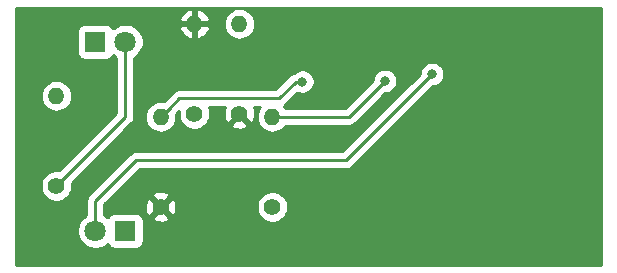
<source format=gbr>
G04 #@! TF.GenerationSoftware,KiCad,Pcbnew,5.1.4+dfsg1-1~bpo10+1*
G04 #@! TF.CreationDate,2022-08-06T21:23:58+05:30*
G04 #@! TF.ProjectId,esp2s,65737032-732e-46b6-9963-61645f706362,rev?*
G04 #@! TF.SameCoordinates,Original*
G04 #@! TF.FileFunction,Copper,L2,Bot*
G04 #@! TF.FilePolarity,Positive*
%FSLAX46Y46*%
G04 Gerber Fmt 4.6, Leading zero omitted, Abs format (unit mm)*
G04 Created by KiCad (PCBNEW 5.1.4+dfsg1-1~bpo10+1) date 2022-08-06 21:23:58*
%MOMM*%
%LPD*%
G04 APERTURE LIST*
%ADD10O,1.400000X1.400000*%
%ADD11C,1.400000*%
%ADD12C,1.800000*%
%ADD13R,1.800000X1.800000*%
%ADD14C,0.800000*%
%ADD15C,0.250000*%
%ADD16C,0.254000*%
G04 APERTURE END LIST*
D10*
X93472000Y-53086000D03*
D11*
X93472000Y-60706000D03*
D10*
X75184000Y-51308000D03*
D11*
X75184000Y-58928000D03*
D10*
X90678000Y-45212000D03*
D11*
X90678000Y-52832000D03*
D10*
X86868000Y-45212000D03*
D11*
X86868000Y-52832000D03*
D10*
X84010500Y-53086000D03*
D11*
X84010500Y-60706000D03*
D12*
X81026000Y-46736000D03*
D13*
X78486000Y-46736000D03*
D12*
X78486000Y-62738000D03*
D13*
X81026000Y-62738000D03*
D14*
X106997500Y-49466500D03*
X96012000Y-50101500D03*
X98996500Y-45529500D03*
X102997000Y-50038000D03*
D15*
X78486000Y-60198000D02*
X78486000Y-62738000D01*
X81915000Y-56769000D02*
X78486000Y-60198000D01*
X106997500Y-49466500D02*
X99695000Y-56769000D01*
X99695000Y-56769000D02*
X81915000Y-56769000D01*
X81026000Y-53086000D02*
X75184000Y-58928000D01*
X81026000Y-46736000D02*
X81026000Y-53086000D01*
X84710499Y-52386001D02*
X84010500Y-53086000D01*
X85598000Y-51498500D02*
X84710499Y-52386001D01*
X94049315Y-51498500D02*
X85598000Y-51498500D01*
X96012000Y-50101500D02*
X95446315Y-50101500D01*
X95446315Y-50101500D02*
X94049315Y-51498500D01*
X93472000Y-53086000D02*
X99949000Y-53086000D01*
X99949000Y-53086000D02*
X102997000Y-50038000D01*
D16*
G36*
X121260000Y-65634000D02*
G01*
X71780000Y-65634000D01*
X71780000Y-62586816D01*
X76951000Y-62586816D01*
X76951000Y-62889184D01*
X77009989Y-63185743D01*
X77125701Y-63465095D01*
X77293688Y-63716505D01*
X77507495Y-63930312D01*
X77758905Y-64098299D01*
X78038257Y-64214011D01*
X78334816Y-64273000D01*
X78637184Y-64273000D01*
X78933743Y-64214011D01*
X79213095Y-64098299D01*
X79464505Y-63930312D01*
X79530944Y-63863873D01*
X79536498Y-63882180D01*
X79595463Y-63992494D01*
X79674815Y-64089185D01*
X79771506Y-64168537D01*
X79881820Y-64227502D01*
X80001518Y-64263812D01*
X80126000Y-64276072D01*
X81926000Y-64276072D01*
X82050482Y-64263812D01*
X82170180Y-64227502D01*
X82280494Y-64168537D01*
X82377185Y-64089185D01*
X82456537Y-63992494D01*
X82515502Y-63882180D01*
X82551812Y-63762482D01*
X82564072Y-63638000D01*
X82564072Y-61838000D01*
X82551812Y-61713518D01*
X82525649Y-61627269D01*
X83268836Y-61627269D01*
X83328297Y-61861037D01*
X83566742Y-61971934D01*
X83822240Y-62034183D01*
X84084973Y-62045390D01*
X84344844Y-62005125D01*
X84591866Y-61914935D01*
X84692703Y-61861037D01*
X84752164Y-61627269D01*
X84010500Y-60885605D01*
X83268836Y-61627269D01*
X82525649Y-61627269D01*
X82515502Y-61593820D01*
X82456537Y-61483506D01*
X82377185Y-61386815D01*
X82280494Y-61307463D01*
X82170180Y-61248498D01*
X82050482Y-61212188D01*
X81926000Y-61199928D01*
X80126000Y-61199928D01*
X80001518Y-61212188D01*
X79881820Y-61248498D01*
X79771506Y-61307463D01*
X79674815Y-61386815D01*
X79595463Y-61483506D01*
X79536498Y-61593820D01*
X79530944Y-61612127D01*
X79464505Y-61545688D01*
X79246000Y-61399687D01*
X79246000Y-60780473D01*
X82671110Y-60780473D01*
X82711375Y-61040344D01*
X82801565Y-61287366D01*
X82855463Y-61388203D01*
X83089231Y-61447664D01*
X83830895Y-60706000D01*
X84190105Y-60706000D01*
X84931769Y-61447664D01*
X85165537Y-61388203D01*
X85276434Y-61149758D01*
X85338683Y-60894260D01*
X85349890Y-60631527D01*
X85341057Y-60574514D01*
X92137000Y-60574514D01*
X92137000Y-60837486D01*
X92188304Y-61095405D01*
X92288939Y-61338359D01*
X92435038Y-61557013D01*
X92620987Y-61742962D01*
X92839641Y-61889061D01*
X93082595Y-61989696D01*
X93340514Y-62041000D01*
X93603486Y-62041000D01*
X93861405Y-61989696D01*
X94104359Y-61889061D01*
X94323013Y-61742962D01*
X94508962Y-61557013D01*
X94655061Y-61338359D01*
X94755696Y-61095405D01*
X94807000Y-60837486D01*
X94807000Y-60574514D01*
X94755696Y-60316595D01*
X94655061Y-60073641D01*
X94508962Y-59854987D01*
X94323013Y-59669038D01*
X94104359Y-59522939D01*
X93861405Y-59422304D01*
X93603486Y-59371000D01*
X93340514Y-59371000D01*
X93082595Y-59422304D01*
X92839641Y-59522939D01*
X92620987Y-59669038D01*
X92435038Y-59854987D01*
X92288939Y-60073641D01*
X92188304Y-60316595D01*
X92137000Y-60574514D01*
X85341057Y-60574514D01*
X85309625Y-60371656D01*
X85219435Y-60124634D01*
X85165537Y-60023797D01*
X84931769Y-59964336D01*
X84190105Y-60706000D01*
X83830895Y-60706000D01*
X83089231Y-59964336D01*
X82855463Y-60023797D01*
X82744566Y-60262242D01*
X82682317Y-60517740D01*
X82671110Y-60780473D01*
X79246000Y-60780473D01*
X79246000Y-60512801D01*
X79974070Y-59784731D01*
X83268836Y-59784731D01*
X84010500Y-60526395D01*
X84752164Y-59784731D01*
X84692703Y-59550963D01*
X84454258Y-59440066D01*
X84198760Y-59377817D01*
X83936027Y-59366610D01*
X83676156Y-59406875D01*
X83429134Y-59497065D01*
X83328297Y-59550963D01*
X83268836Y-59784731D01*
X79974070Y-59784731D01*
X82229802Y-57529000D01*
X99657678Y-57529000D01*
X99695000Y-57532676D01*
X99732322Y-57529000D01*
X99732333Y-57529000D01*
X99843986Y-57518003D01*
X99987247Y-57474546D01*
X100119276Y-57403974D01*
X100235001Y-57309001D01*
X100258804Y-57279997D01*
X107037302Y-50501500D01*
X107099439Y-50501500D01*
X107299398Y-50461726D01*
X107487756Y-50383705D01*
X107657274Y-50270437D01*
X107801437Y-50126274D01*
X107914705Y-49956756D01*
X107992726Y-49768398D01*
X108032500Y-49568439D01*
X108032500Y-49364561D01*
X107992726Y-49164602D01*
X107914705Y-48976244D01*
X107801437Y-48806726D01*
X107657274Y-48662563D01*
X107487756Y-48549295D01*
X107299398Y-48471274D01*
X107099439Y-48431500D01*
X106895561Y-48431500D01*
X106695602Y-48471274D01*
X106507244Y-48549295D01*
X106337726Y-48662563D01*
X106193563Y-48806726D01*
X106080295Y-48976244D01*
X106002274Y-49164602D01*
X105962500Y-49364561D01*
X105962500Y-49426698D01*
X99380199Y-56009000D01*
X81952322Y-56009000D01*
X81914999Y-56005324D01*
X81877676Y-56009000D01*
X81877667Y-56009000D01*
X81766014Y-56019997D01*
X81622753Y-56063454D01*
X81490724Y-56134026D01*
X81374999Y-56228999D01*
X81351201Y-56257997D01*
X77975003Y-59634196D01*
X77945999Y-59657999D01*
X77890871Y-59725174D01*
X77851026Y-59773724D01*
X77848199Y-59779013D01*
X77780454Y-59905754D01*
X77736997Y-60049015D01*
X77726000Y-60160668D01*
X77726000Y-60160678D01*
X77722324Y-60198000D01*
X77726000Y-60235323D01*
X77726000Y-61399687D01*
X77507495Y-61545688D01*
X77293688Y-61759495D01*
X77125701Y-62010905D01*
X77009989Y-62290257D01*
X76951000Y-62586816D01*
X71780000Y-62586816D01*
X71780000Y-58796514D01*
X73849000Y-58796514D01*
X73849000Y-59059486D01*
X73900304Y-59317405D01*
X74000939Y-59560359D01*
X74147038Y-59779013D01*
X74332987Y-59964962D01*
X74551641Y-60111061D01*
X74794595Y-60211696D01*
X75052514Y-60263000D01*
X75315486Y-60263000D01*
X75573405Y-60211696D01*
X75816359Y-60111061D01*
X76035013Y-59964962D01*
X76220962Y-59779013D01*
X76367061Y-59560359D01*
X76467696Y-59317405D01*
X76519000Y-59059486D01*
X76519000Y-58796514D01*
X76497645Y-58689156D01*
X81537003Y-53649799D01*
X81566001Y-53626001D01*
X81660974Y-53510276D01*
X81731546Y-53378247D01*
X81775003Y-53234986D01*
X81786000Y-53123333D01*
X81786000Y-53123325D01*
X81789676Y-53086000D01*
X82669041Y-53086000D01*
X82694817Y-53347706D01*
X82771153Y-53599354D01*
X82895118Y-53831275D01*
X83061945Y-54034555D01*
X83265225Y-54201382D01*
X83497146Y-54325347D01*
X83748794Y-54401683D01*
X83944921Y-54421000D01*
X84076079Y-54421000D01*
X84272206Y-54401683D01*
X84523854Y-54325347D01*
X84755775Y-54201382D01*
X84959055Y-54034555D01*
X85125882Y-53831275D01*
X85249847Y-53599354D01*
X85326183Y-53347706D01*
X85351959Y-53086000D01*
X85328050Y-52843251D01*
X85548448Y-52622853D01*
X85533000Y-52700514D01*
X85533000Y-52963486D01*
X85584304Y-53221405D01*
X85684939Y-53464359D01*
X85831038Y-53683013D01*
X86016987Y-53868962D01*
X86235641Y-54015061D01*
X86478595Y-54115696D01*
X86736514Y-54167000D01*
X86999486Y-54167000D01*
X87257405Y-54115696D01*
X87500359Y-54015061D01*
X87719013Y-53868962D01*
X87834706Y-53753269D01*
X89936336Y-53753269D01*
X89995797Y-53987037D01*
X90234242Y-54097934D01*
X90489740Y-54160183D01*
X90752473Y-54171390D01*
X91012344Y-54131125D01*
X91259366Y-54040935D01*
X91360203Y-53987037D01*
X91419664Y-53753269D01*
X90678000Y-53011605D01*
X89936336Y-53753269D01*
X87834706Y-53753269D01*
X87904962Y-53683013D01*
X88051061Y-53464359D01*
X88151696Y-53221405D01*
X88203000Y-52963486D01*
X88203000Y-52700514D01*
X88151696Y-52442595D01*
X88075441Y-52258500D01*
X89472407Y-52258500D01*
X89412066Y-52388242D01*
X89349817Y-52643740D01*
X89338610Y-52906473D01*
X89378875Y-53166344D01*
X89469065Y-53413366D01*
X89522963Y-53514203D01*
X89756731Y-53573664D01*
X90498395Y-52832000D01*
X90484253Y-52817858D01*
X90663858Y-52638253D01*
X90678000Y-52652395D01*
X90692143Y-52638253D01*
X90871748Y-52817858D01*
X90857605Y-52832000D01*
X91599269Y-53573664D01*
X91833037Y-53514203D01*
X91943934Y-53275758D01*
X92006183Y-53020260D01*
X92017390Y-52757527D01*
X91977125Y-52497656D01*
X91889807Y-52258500D01*
X92424098Y-52258500D01*
X92356618Y-52340725D01*
X92232653Y-52572646D01*
X92156317Y-52824294D01*
X92130541Y-53086000D01*
X92156317Y-53347706D01*
X92232653Y-53599354D01*
X92356618Y-53831275D01*
X92523445Y-54034555D01*
X92726725Y-54201382D01*
X92958646Y-54325347D01*
X93210294Y-54401683D01*
X93406421Y-54421000D01*
X93537579Y-54421000D01*
X93733706Y-54401683D01*
X93985354Y-54325347D01*
X94217275Y-54201382D01*
X94420555Y-54034555D01*
X94575298Y-53846000D01*
X99911678Y-53846000D01*
X99949000Y-53849676D01*
X99986322Y-53846000D01*
X99986333Y-53846000D01*
X100097986Y-53835003D01*
X100241247Y-53791546D01*
X100373276Y-53720974D01*
X100489001Y-53626001D01*
X100512804Y-53596997D01*
X103036802Y-51073000D01*
X103098939Y-51073000D01*
X103298898Y-51033226D01*
X103487256Y-50955205D01*
X103656774Y-50841937D01*
X103800937Y-50697774D01*
X103914205Y-50528256D01*
X103992226Y-50339898D01*
X104032000Y-50139939D01*
X104032000Y-49936061D01*
X103992226Y-49736102D01*
X103914205Y-49547744D01*
X103800937Y-49378226D01*
X103656774Y-49234063D01*
X103487256Y-49120795D01*
X103298898Y-49042774D01*
X103098939Y-49003000D01*
X102895061Y-49003000D01*
X102695102Y-49042774D01*
X102506744Y-49120795D01*
X102337226Y-49234063D01*
X102193063Y-49378226D01*
X102079795Y-49547744D01*
X102001774Y-49736102D01*
X101962000Y-49936061D01*
X101962000Y-49998198D01*
X99634199Y-52326000D01*
X94575298Y-52326000D01*
X94434461Y-52154390D01*
X94473591Y-52133474D01*
X94589316Y-52038501D01*
X94613119Y-52009497D01*
X95579845Y-51042771D01*
X95710102Y-51096726D01*
X95910061Y-51136500D01*
X96113939Y-51136500D01*
X96313898Y-51096726D01*
X96502256Y-51018705D01*
X96671774Y-50905437D01*
X96815937Y-50761274D01*
X96929205Y-50591756D01*
X97007226Y-50403398D01*
X97047000Y-50203439D01*
X97047000Y-49999561D01*
X97007226Y-49799602D01*
X96929205Y-49611244D01*
X96815937Y-49441726D01*
X96671774Y-49297563D01*
X96502256Y-49184295D01*
X96313898Y-49106274D01*
X96113939Y-49066500D01*
X95910061Y-49066500D01*
X95710102Y-49106274D01*
X95521744Y-49184295D01*
X95352226Y-49297563D01*
X95297276Y-49352513D01*
X95154068Y-49395954D01*
X95022039Y-49466526D01*
X94906314Y-49561499D01*
X94882516Y-49590497D01*
X93734514Y-50738500D01*
X85635323Y-50738500D01*
X85598000Y-50734824D01*
X85560677Y-50738500D01*
X85560667Y-50738500D01*
X85449014Y-50749497D01*
X85305753Y-50792954D01*
X85173723Y-50863526D01*
X85122655Y-50905437D01*
X85057999Y-50958499D01*
X85034201Y-50987497D01*
X84253249Y-51768450D01*
X84076079Y-51751000D01*
X83944921Y-51751000D01*
X83748794Y-51770317D01*
X83497146Y-51846653D01*
X83265225Y-51970618D01*
X83061945Y-52137445D01*
X82895118Y-52340725D01*
X82771153Y-52572646D01*
X82694817Y-52824294D01*
X82669041Y-53086000D01*
X81789676Y-53086000D01*
X81786000Y-53048675D01*
X81786000Y-48074313D01*
X82004505Y-47928312D01*
X82218312Y-47714505D01*
X82386299Y-47463095D01*
X82502011Y-47183743D01*
X82561000Y-46887184D01*
X82561000Y-46584816D01*
X82502011Y-46288257D01*
X82386299Y-46008905D01*
X82218312Y-45757495D01*
X82006147Y-45545330D01*
X85575278Y-45545330D01*
X85665147Y-45791123D01*
X85801241Y-46014660D01*
X85978330Y-46207351D01*
X86189608Y-46361792D01*
X86426956Y-46472047D01*
X86534671Y-46504716D01*
X86741000Y-46381374D01*
X86741000Y-45339000D01*
X86995000Y-45339000D01*
X86995000Y-46381374D01*
X87201329Y-46504716D01*
X87309044Y-46472047D01*
X87546392Y-46361792D01*
X87757670Y-46207351D01*
X87934759Y-46014660D01*
X88070853Y-45791123D01*
X88160722Y-45545330D01*
X88038201Y-45339000D01*
X86995000Y-45339000D01*
X86741000Y-45339000D01*
X85697799Y-45339000D01*
X85575278Y-45545330D01*
X82006147Y-45545330D01*
X82004505Y-45543688D01*
X81753095Y-45375701D01*
X81473743Y-45259989D01*
X81232485Y-45212000D01*
X89336541Y-45212000D01*
X89362317Y-45473706D01*
X89438653Y-45725354D01*
X89562618Y-45957275D01*
X89729445Y-46160555D01*
X89932725Y-46327382D01*
X90164646Y-46451347D01*
X90416294Y-46527683D01*
X90612421Y-46547000D01*
X90743579Y-46547000D01*
X90939706Y-46527683D01*
X91191354Y-46451347D01*
X91423275Y-46327382D01*
X91626555Y-46160555D01*
X91793382Y-45957275D01*
X91917347Y-45725354D01*
X91993683Y-45473706D01*
X92019459Y-45212000D01*
X91993683Y-44950294D01*
X91917347Y-44698646D01*
X91793382Y-44466725D01*
X91626555Y-44263445D01*
X91423275Y-44096618D01*
X91191354Y-43972653D01*
X90939706Y-43896317D01*
X90743579Y-43877000D01*
X90612421Y-43877000D01*
X90416294Y-43896317D01*
X90164646Y-43972653D01*
X89932725Y-44096618D01*
X89729445Y-44263445D01*
X89562618Y-44466725D01*
X89438653Y-44698646D01*
X89362317Y-44950294D01*
X89336541Y-45212000D01*
X81232485Y-45212000D01*
X81177184Y-45201000D01*
X80874816Y-45201000D01*
X80578257Y-45259989D01*
X80298905Y-45375701D01*
X80047495Y-45543688D01*
X79981056Y-45610127D01*
X79975502Y-45591820D01*
X79916537Y-45481506D01*
X79837185Y-45384815D01*
X79740494Y-45305463D01*
X79630180Y-45246498D01*
X79510482Y-45210188D01*
X79386000Y-45197928D01*
X77586000Y-45197928D01*
X77461518Y-45210188D01*
X77341820Y-45246498D01*
X77231506Y-45305463D01*
X77134815Y-45384815D01*
X77055463Y-45481506D01*
X76996498Y-45591820D01*
X76960188Y-45711518D01*
X76947928Y-45836000D01*
X76947928Y-47636000D01*
X76960188Y-47760482D01*
X76996498Y-47880180D01*
X77055463Y-47990494D01*
X77134815Y-48087185D01*
X77231506Y-48166537D01*
X77341820Y-48225502D01*
X77461518Y-48261812D01*
X77586000Y-48274072D01*
X79386000Y-48274072D01*
X79510482Y-48261812D01*
X79630180Y-48225502D01*
X79740494Y-48166537D01*
X79837185Y-48087185D01*
X79916537Y-47990494D01*
X79975502Y-47880180D01*
X79981056Y-47861873D01*
X80047495Y-47928312D01*
X80266000Y-48074313D01*
X80266001Y-52771197D01*
X75422844Y-57614355D01*
X75315486Y-57593000D01*
X75052514Y-57593000D01*
X74794595Y-57644304D01*
X74551641Y-57744939D01*
X74332987Y-57891038D01*
X74147038Y-58076987D01*
X74000939Y-58295641D01*
X73900304Y-58538595D01*
X73849000Y-58796514D01*
X71780000Y-58796514D01*
X71780000Y-51308000D01*
X73842541Y-51308000D01*
X73868317Y-51569706D01*
X73944653Y-51821354D01*
X74068618Y-52053275D01*
X74235445Y-52256555D01*
X74438725Y-52423382D01*
X74670646Y-52547347D01*
X74922294Y-52623683D01*
X75118421Y-52643000D01*
X75249579Y-52643000D01*
X75445706Y-52623683D01*
X75697354Y-52547347D01*
X75929275Y-52423382D01*
X76132555Y-52256555D01*
X76299382Y-52053275D01*
X76423347Y-51821354D01*
X76499683Y-51569706D01*
X76525459Y-51308000D01*
X76499683Y-51046294D01*
X76423347Y-50794646D01*
X76299382Y-50562725D01*
X76132555Y-50359445D01*
X75929275Y-50192618D01*
X75697354Y-50068653D01*
X75445706Y-49992317D01*
X75249579Y-49973000D01*
X75118421Y-49973000D01*
X74922294Y-49992317D01*
X74670646Y-50068653D01*
X74438725Y-50192618D01*
X74235445Y-50359445D01*
X74068618Y-50562725D01*
X73944653Y-50794646D01*
X73868317Y-51046294D01*
X73842541Y-51308000D01*
X71780000Y-51308000D01*
X71780000Y-44878670D01*
X85575278Y-44878670D01*
X85697799Y-45085000D01*
X86741000Y-45085000D01*
X86741000Y-44042626D01*
X86995000Y-44042626D01*
X86995000Y-45085000D01*
X88038201Y-45085000D01*
X88160722Y-44878670D01*
X88070853Y-44632877D01*
X87934759Y-44409340D01*
X87757670Y-44216649D01*
X87546392Y-44062208D01*
X87309044Y-43951953D01*
X87201329Y-43919284D01*
X86995000Y-44042626D01*
X86741000Y-44042626D01*
X86534671Y-43919284D01*
X86426956Y-43951953D01*
X86189608Y-44062208D01*
X85978330Y-44216649D01*
X85801241Y-44409340D01*
X85665147Y-44632877D01*
X85575278Y-44878670D01*
X71780000Y-44878670D01*
X71780000Y-43840000D01*
X121260001Y-43840000D01*
X121260000Y-65634000D01*
X121260000Y-65634000D01*
G37*
X121260000Y-65634000D02*
X71780000Y-65634000D01*
X71780000Y-62586816D01*
X76951000Y-62586816D01*
X76951000Y-62889184D01*
X77009989Y-63185743D01*
X77125701Y-63465095D01*
X77293688Y-63716505D01*
X77507495Y-63930312D01*
X77758905Y-64098299D01*
X78038257Y-64214011D01*
X78334816Y-64273000D01*
X78637184Y-64273000D01*
X78933743Y-64214011D01*
X79213095Y-64098299D01*
X79464505Y-63930312D01*
X79530944Y-63863873D01*
X79536498Y-63882180D01*
X79595463Y-63992494D01*
X79674815Y-64089185D01*
X79771506Y-64168537D01*
X79881820Y-64227502D01*
X80001518Y-64263812D01*
X80126000Y-64276072D01*
X81926000Y-64276072D01*
X82050482Y-64263812D01*
X82170180Y-64227502D01*
X82280494Y-64168537D01*
X82377185Y-64089185D01*
X82456537Y-63992494D01*
X82515502Y-63882180D01*
X82551812Y-63762482D01*
X82564072Y-63638000D01*
X82564072Y-61838000D01*
X82551812Y-61713518D01*
X82525649Y-61627269D01*
X83268836Y-61627269D01*
X83328297Y-61861037D01*
X83566742Y-61971934D01*
X83822240Y-62034183D01*
X84084973Y-62045390D01*
X84344844Y-62005125D01*
X84591866Y-61914935D01*
X84692703Y-61861037D01*
X84752164Y-61627269D01*
X84010500Y-60885605D01*
X83268836Y-61627269D01*
X82525649Y-61627269D01*
X82515502Y-61593820D01*
X82456537Y-61483506D01*
X82377185Y-61386815D01*
X82280494Y-61307463D01*
X82170180Y-61248498D01*
X82050482Y-61212188D01*
X81926000Y-61199928D01*
X80126000Y-61199928D01*
X80001518Y-61212188D01*
X79881820Y-61248498D01*
X79771506Y-61307463D01*
X79674815Y-61386815D01*
X79595463Y-61483506D01*
X79536498Y-61593820D01*
X79530944Y-61612127D01*
X79464505Y-61545688D01*
X79246000Y-61399687D01*
X79246000Y-60780473D01*
X82671110Y-60780473D01*
X82711375Y-61040344D01*
X82801565Y-61287366D01*
X82855463Y-61388203D01*
X83089231Y-61447664D01*
X83830895Y-60706000D01*
X84190105Y-60706000D01*
X84931769Y-61447664D01*
X85165537Y-61388203D01*
X85276434Y-61149758D01*
X85338683Y-60894260D01*
X85349890Y-60631527D01*
X85341057Y-60574514D01*
X92137000Y-60574514D01*
X92137000Y-60837486D01*
X92188304Y-61095405D01*
X92288939Y-61338359D01*
X92435038Y-61557013D01*
X92620987Y-61742962D01*
X92839641Y-61889061D01*
X93082595Y-61989696D01*
X93340514Y-62041000D01*
X93603486Y-62041000D01*
X93861405Y-61989696D01*
X94104359Y-61889061D01*
X94323013Y-61742962D01*
X94508962Y-61557013D01*
X94655061Y-61338359D01*
X94755696Y-61095405D01*
X94807000Y-60837486D01*
X94807000Y-60574514D01*
X94755696Y-60316595D01*
X94655061Y-60073641D01*
X94508962Y-59854987D01*
X94323013Y-59669038D01*
X94104359Y-59522939D01*
X93861405Y-59422304D01*
X93603486Y-59371000D01*
X93340514Y-59371000D01*
X93082595Y-59422304D01*
X92839641Y-59522939D01*
X92620987Y-59669038D01*
X92435038Y-59854987D01*
X92288939Y-60073641D01*
X92188304Y-60316595D01*
X92137000Y-60574514D01*
X85341057Y-60574514D01*
X85309625Y-60371656D01*
X85219435Y-60124634D01*
X85165537Y-60023797D01*
X84931769Y-59964336D01*
X84190105Y-60706000D01*
X83830895Y-60706000D01*
X83089231Y-59964336D01*
X82855463Y-60023797D01*
X82744566Y-60262242D01*
X82682317Y-60517740D01*
X82671110Y-60780473D01*
X79246000Y-60780473D01*
X79246000Y-60512801D01*
X79974070Y-59784731D01*
X83268836Y-59784731D01*
X84010500Y-60526395D01*
X84752164Y-59784731D01*
X84692703Y-59550963D01*
X84454258Y-59440066D01*
X84198760Y-59377817D01*
X83936027Y-59366610D01*
X83676156Y-59406875D01*
X83429134Y-59497065D01*
X83328297Y-59550963D01*
X83268836Y-59784731D01*
X79974070Y-59784731D01*
X82229802Y-57529000D01*
X99657678Y-57529000D01*
X99695000Y-57532676D01*
X99732322Y-57529000D01*
X99732333Y-57529000D01*
X99843986Y-57518003D01*
X99987247Y-57474546D01*
X100119276Y-57403974D01*
X100235001Y-57309001D01*
X100258804Y-57279997D01*
X107037302Y-50501500D01*
X107099439Y-50501500D01*
X107299398Y-50461726D01*
X107487756Y-50383705D01*
X107657274Y-50270437D01*
X107801437Y-50126274D01*
X107914705Y-49956756D01*
X107992726Y-49768398D01*
X108032500Y-49568439D01*
X108032500Y-49364561D01*
X107992726Y-49164602D01*
X107914705Y-48976244D01*
X107801437Y-48806726D01*
X107657274Y-48662563D01*
X107487756Y-48549295D01*
X107299398Y-48471274D01*
X107099439Y-48431500D01*
X106895561Y-48431500D01*
X106695602Y-48471274D01*
X106507244Y-48549295D01*
X106337726Y-48662563D01*
X106193563Y-48806726D01*
X106080295Y-48976244D01*
X106002274Y-49164602D01*
X105962500Y-49364561D01*
X105962500Y-49426698D01*
X99380199Y-56009000D01*
X81952322Y-56009000D01*
X81914999Y-56005324D01*
X81877676Y-56009000D01*
X81877667Y-56009000D01*
X81766014Y-56019997D01*
X81622753Y-56063454D01*
X81490724Y-56134026D01*
X81374999Y-56228999D01*
X81351201Y-56257997D01*
X77975003Y-59634196D01*
X77945999Y-59657999D01*
X77890871Y-59725174D01*
X77851026Y-59773724D01*
X77848199Y-59779013D01*
X77780454Y-59905754D01*
X77736997Y-60049015D01*
X77726000Y-60160668D01*
X77726000Y-60160678D01*
X77722324Y-60198000D01*
X77726000Y-60235323D01*
X77726000Y-61399687D01*
X77507495Y-61545688D01*
X77293688Y-61759495D01*
X77125701Y-62010905D01*
X77009989Y-62290257D01*
X76951000Y-62586816D01*
X71780000Y-62586816D01*
X71780000Y-58796514D01*
X73849000Y-58796514D01*
X73849000Y-59059486D01*
X73900304Y-59317405D01*
X74000939Y-59560359D01*
X74147038Y-59779013D01*
X74332987Y-59964962D01*
X74551641Y-60111061D01*
X74794595Y-60211696D01*
X75052514Y-60263000D01*
X75315486Y-60263000D01*
X75573405Y-60211696D01*
X75816359Y-60111061D01*
X76035013Y-59964962D01*
X76220962Y-59779013D01*
X76367061Y-59560359D01*
X76467696Y-59317405D01*
X76519000Y-59059486D01*
X76519000Y-58796514D01*
X76497645Y-58689156D01*
X81537003Y-53649799D01*
X81566001Y-53626001D01*
X81660974Y-53510276D01*
X81731546Y-53378247D01*
X81775003Y-53234986D01*
X81786000Y-53123333D01*
X81786000Y-53123325D01*
X81789676Y-53086000D01*
X82669041Y-53086000D01*
X82694817Y-53347706D01*
X82771153Y-53599354D01*
X82895118Y-53831275D01*
X83061945Y-54034555D01*
X83265225Y-54201382D01*
X83497146Y-54325347D01*
X83748794Y-54401683D01*
X83944921Y-54421000D01*
X84076079Y-54421000D01*
X84272206Y-54401683D01*
X84523854Y-54325347D01*
X84755775Y-54201382D01*
X84959055Y-54034555D01*
X85125882Y-53831275D01*
X85249847Y-53599354D01*
X85326183Y-53347706D01*
X85351959Y-53086000D01*
X85328050Y-52843251D01*
X85548448Y-52622853D01*
X85533000Y-52700514D01*
X85533000Y-52963486D01*
X85584304Y-53221405D01*
X85684939Y-53464359D01*
X85831038Y-53683013D01*
X86016987Y-53868962D01*
X86235641Y-54015061D01*
X86478595Y-54115696D01*
X86736514Y-54167000D01*
X86999486Y-54167000D01*
X87257405Y-54115696D01*
X87500359Y-54015061D01*
X87719013Y-53868962D01*
X87834706Y-53753269D01*
X89936336Y-53753269D01*
X89995797Y-53987037D01*
X90234242Y-54097934D01*
X90489740Y-54160183D01*
X90752473Y-54171390D01*
X91012344Y-54131125D01*
X91259366Y-54040935D01*
X91360203Y-53987037D01*
X91419664Y-53753269D01*
X90678000Y-53011605D01*
X89936336Y-53753269D01*
X87834706Y-53753269D01*
X87904962Y-53683013D01*
X88051061Y-53464359D01*
X88151696Y-53221405D01*
X88203000Y-52963486D01*
X88203000Y-52700514D01*
X88151696Y-52442595D01*
X88075441Y-52258500D01*
X89472407Y-52258500D01*
X89412066Y-52388242D01*
X89349817Y-52643740D01*
X89338610Y-52906473D01*
X89378875Y-53166344D01*
X89469065Y-53413366D01*
X89522963Y-53514203D01*
X89756731Y-53573664D01*
X90498395Y-52832000D01*
X90484253Y-52817858D01*
X90663858Y-52638253D01*
X90678000Y-52652395D01*
X90692143Y-52638253D01*
X90871748Y-52817858D01*
X90857605Y-52832000D01*
X91599269Y-53573664D01*
X91833037Y-53514203D01*
X91943934Y-53275758D01*
X92006183Y-53020260D01*
X92017390Y-52757527D01*
X91977125Y-52497656D01*
X91889807Y-52258500D01*
X92424098Y-52258500D01*
X92356618Y-52340725D01*
X92232653Y-52572646D01*
X92156317Y-52824294D01*
X92130541Y-53086000D01*
X92156317Y-53347706D01*
X92232653Y-53599354D01*
X92356618Y-53831275D01*
X92523445Y-54034555D01*
X92726725Y-54201382D01*
X92958646Y-54325347D01*
X93210294Y-54401683D01*
X93406421Y-54421000D01*
X93537579Y-54421000D01*
X93733706Y-54401683D01*
X93985354Y-54325347D01*
X94217275Y-54201382D01*
X94420555Y-54034555D01*
X94575298Y-53846000D01*
X99911678Y-53846000D01*
X99949000Y-53849676D01*
X99986322Y-53846000D01*
X99986333Y-53846000D01*
X100097986Y-53835003D01*
X100241247Y-53791546D01*
X100373276Y-53720974D01*
X100489001Y-53626001D01*
X100512804Y-53596997D01*
X103036802Y-51073000D01*
X103098939Y-51073000D01*
X103298898Y-51033226D01*
X103487256Y-50955205D01*
X103656774Y-50841937D01*
X103800937Y-50697774D01*
X103914205Y-50528256D01*
X103992226Y-50339898D01*
X104032000Y-50139939D01*
X104032000Y-49936061D01*
X103992226Y-49736102D01*
X103914205Y-49547744D01*
X103800937Y-49378226D01*
X103656774Y-49234063D01*
X103487256Y-49120795D01*
X103298898Y-49042774D01*
X103098939Y-49003000D01*
X102895061Y-49003000D01*
X102695102Y-49042774D01*
X102506744Y-49120795D01*
X102337226Y-49234063D01*
X102193063Y-49378226D01*
X102079795Y-49547744D01*
X102001774Y-49736102D01*
X101962000Y-49936061D01*
X101962000Y-49998198D01*
X99634199Y-52326000D01*
X94575298Y-52326000D01*
X94434461Y-52154390D01*
X94473591Y-52133474D01*
X94589316Y-52038501D01*
X94613119Y-52009497D01*
X95579845Y-51042771D01*
X95710102Y-51096726D01*
X95910061Y-51136500D01*
X96113939Y-51136500D01*
X96313898Y-51096726D01*
X96502256Y-51018705D01*
X96671774Y-50905437D01*
X96815937Y-50761274D01*
X96929205Y-50591756D01*
X97007226Y-50403398D01*
X97047000Y-50203439D01*
X97047000Y-49999561D01*
X97007226Y-49799602D01*
X96929205Y-49611244D01*
X96815937Y-49441726D01*
X96671774Y-49297563D01*
X96502256Y-49184295D01*
X96313898Y-49106274D01*
X96113939Y-49066500D01*
X95910061Y-49066500D01*
X95710102Y-49106274D01*
X95521744Y-49184295D01*
X95352226Y-49297563D01*
X95297276Y-49352513D01*
X95154068Y-49395954D01*
X95022039Y-49466526D01*
X94906314Y-49561499D01*
X94882516Y-49590497D01*
X93734514Y-50738500D01*
X85635323Y-50738500D01*
X85598000Y-50734824D01*
X85560677Y-50738500D01*
X85560667Y-50738500D01*
X85449014Y-50749497D01*
X85305753Y-50792954D01*
X85173723Y-50863526D01*
X85122655Y-50905437D01*
X85057999Y-50958499D01*
X85034201Y-50987497D01*
X84253249Y-51768450D01*
X84076079Y-51751000D01*
X83944921Y-51751000D01*
X83748794Y-51770317D01*
X83497146Y-51846653D01*
X83265225Y-51970618D01*
X83061945Y-52137445D01*
X82895118Y-52340725D01*
X82771153Y-52572646D01*
X82694817Y-52824294D01*
X82669041Y-53086000D01*
X81789676Y-53086000D01*
X81786000Y-53048675D01*
X81786000Y-48074313D01*
X82004505Y-47928312D01*
X82218312Y-47714505D01*
X82386299Y-47463095D01*
X82502011Y-47183743D01*
X82561000Y-46887184D01*
X82561000Y-46584816D01*
X82502011Y-46288257D01*
X82386299Y-46008905D01*
X82218312Y-45757495D01*
X82006147Y-45545330D01*
X85575278Y-45545330D01*
X85665147Y-45791123D01*
X85801241Y-46014660D01*
X85978330Y-46207351D01*
X86189608Y-46361792D01*
X86426956Y-46472047D01*
X86534671Y-46504716D01*
X86741000Y-46381374D01*
X86741000Y-45339000D01*
X86995000Y-45339000D01*
X86995000Y-46381374D01*
X87201329Y-46504716D01*
X87309044Y-46472047D01*
X87546392Y-46361792D01*
X87757670Y-46207351D01*
X87934759Y-46014660D01*
X88070853Y-45791123D01*
X88160722Y-45545330D01*
X88038201Y-45339000D01*
X86995000Y-45339000D01*
X86741000Y-45339000D01*
X85697799Y-45339000D01*
X85575278Y-45545330D01*
X82006147Y-45545330D01*
X82004505Y-45543688D01*
X81753095Y-45375701D01*
X81473743Y-45259989D01*
X81232485Y-45212000D01*
X89336541Y-45212000D01*
X89362317Y-45473706D01*
X89438653Y-45725354D01*
X89562618Y-45957275D01*
X89729445Y-46160555D01*
X89932725Y-46327382D01*
X90164646Y-46451347D01*
X90416294Y-46527683D01*
X90612421Y-46547000D01*
X90743579Y-46547000D01*
X90939706Y-46527683D01*
X91191354Y-46451347D01*
X91423275Y-46327382D01*
X91626555Y-46160555D01*
X91793382Y-45957275D01*
X91917347Y-45725354D01*
X91993683Y-45473706D01*
X92019459Y-45212000D01*
X91993683Y-44950294D01*
X91917347Y-44698646D01*
X91793382Y-44466725D01*
X91626555Y-44263445D01*
X91423275Y-44096618D01*
X91191354Y-43972653D01*
X90939706Y-43896317D01*
X90743579Y-43877000D01*
X90612421Y-43877000D01*
X90416294Y-43896317D01*
X90164646Y-43972653D01*
X89932725Y-44096618D01*
X89729445Y-44263445D01*
X89562618Y-44466725D01*
X89438653Y-44698646D01*
X89362317Y-44950294D01*
X89336541Y-45212000D01*
X81232485Y-45212000D01*
X81177184Y-45201000D01*
X80874816Y-45201000D01*
X80578257Y-45259989D01*
X80298905Y-45375701D01*
X80047495Y-45543688D01*
X79981056Y-45610127D01*
X79975502Y-45591820D01*
X79916537Y-45481506D01*
X79837185Y-45384815D01*
X79740494Y-45305463D01*
X79630180Y-45246498D01*
X79510482Y-45210188D01*
X79386000Y-45197928D01*
X77586000Y-45197928D01*
X77461518Y-45210188D01*
X77341820Y-45246498D01*
X77231506Y-45305463D01*
X77134815Y-45384815D01*
X77055463Y-45481506D01*
X76996498Y-45591820D01*
X76960188Y-45711518D01*
X76947928Y-45836000D01*
X76947928Y-47636000D01*
X76960188Y-47760482D01*
X76996498Y-47880180D01*
X77055463Y-47990494D01*
X77134815Y-48087185D01*
X77231506Y-48166537D01*
X77341820Y-48225502D01*
X77461518Y-48261812D01*
X77586000Y-48274072D01*
X79386000Y-48274072D01*
X79510482Y-48261812D01*
X79630180Y-48225502D01*
X79740494Y-48166537D01*
X79837185Y-48087185D01*
X79916537Y-47990494D01*
X79975502Y-47880180D01*
X79981056Y-47861873D01*
X80047495Y-47928312D01*
X80266000Y-48074313D01*
X80266001Y-52771197D01*
X75422844Y-57614355D01*
X75315486Y-57593000D01*
X75052514Y-57593000D01*
X74794595Y-57644304D01*
X74551641Y-57744939D01*
X74332987Y-57891038D01*
X74147038Y-58076987D01*
X74000939Y-58295641D01*
X73900304Y-58538595D01*
X73849000Y-58796514D01*
X71780000Y-58796514D01*
X71780000Y-51308000D01*
X73842541Y-51308000D01*
X73868317Y-51569706D01*
X73944653Y-51821354D01*
X74068618Y-52053275D01*
X74235445Y-52256555D01*
X74438725Y-52423382D01*
X74670646Y-52547347D01*
X74922294Y-52623683D01*
X75118421Y-52643000D01*
X75249579Y-52643000D01*
X75445706Y-52623683D01*
X75697354Y-52547347D01*
X75929275Y-52423382D01*
X76132555Y-52256555D01*
X76299382Y-52053275D01*
X76423347Y-51821354D01*
X76499683Y-51569706D01*
X76525459Y-51308000D01*
X76499683Y-51046294D01*
X76423347Y-50794646D01*
X76299382Y-50562725D01*
X76132555Y-50359445D01*
X75929275Y-50192618D01*
X75697354Y-50068653D01*
X75445706Y-49992317D01*
X75249579Y-49973000D01*
X75118421Y-49973000D01*
X74922294Y-49992317D01*
X74670646Y-50068653D01*
X74438725Y-50192618D01*
X74235445Y-50359445D01*
X74068618Y-50562725D01*
X73944653Y-50794646D01*
X73868317Y-51046294D01*
X73842541Y-51308000D01*
X71780000Y-51308000D01*
X71780000Y-44878670D01*
X85575278Y-44878670D01*
X85697799Y-45085000D01*
X86741000Y-45085000D01*
X86741000Y-44042626D01*
X86995000Y-44042626D01*
X86995000Y-45085000D01*
X88038201Y-45085000D01*
X88160722Y-44878670D01*
X88070853Y-44632877D01*
X87934759Y-44409340D01*
X87757670Y-44216649D01*
X87546392Y-44062208D01*
X87309044Y-43951953D01*
X87201329Y-43919284D01*
X86995000Y-44042626D01*
X86741000Y-44042626D01*
X86534671Y-43919284D01*
X86426956Y-43951953D01*
X86189608Y-44062208D01*
X85978330Y-44216649D01*
X85801241Y-44409340D01*
X85665147Y-44632877D01*
X85575278Y-44878670D01*
X71780000Y-44878670D01*
X71780000Y-43840000D01*
X121260001Y-43840000D01*
X121260000Y-65634000D01*
M02*

</source>
